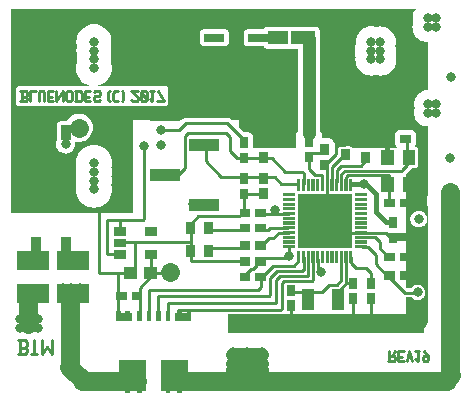
<source format=gbr>
G04 start of page 3 for group 1 idx 1 *
G04 Title: bluenodes actor 52832 19, solder *
G04 Creator: pcb.exe 20130205 *
G04 CreationDate: 10.05.2017 20:52:51 UTC *
G04 Format: Gerber/RS-274X *
G04 PCB-Dimensions (mil): 1496.06 1299.21 *
G04 PCB-Coordinate-Origin: lower left *
%MOIN*%
%FSLAX25Y25*%
%LNBOTTOM*%
%ADD229C,0.0118*%
%ADD228C,0.0315*%
%ADD227C,0.0315*%
%ADD226R,0.0413X0.0413*%
%ADD225R,0.0157X0.0157*%
%ADD224R,0.0886X0.0886*%
%ADD223R,0.0630X0.0630*%
%ADD222R,0.0433X0.0433*%
%ADD221R,0.0158X0.0158*%
%ADD220R,0.0591X0.0591*%
%ADD219R,0.0106X0.0106*%
%ADD218R,0.0280X0.0280*%
%ADD217R,0.0394X0.0394*%
%ADD216R,0.0300X0.0300*%
%ADD215R,0.0630X0.0630*%
%ADD214R,0.0394X0.0394*%
%ADD213R,0.0276X0.0276*%
%ADD212R,0.0276X0.0276*%
%ADD211C,0.0630*%
%ADD210R,0.0354X0.0354*%
%ADD209C,0.0100*%
%ADD208C,0.0257*%
%ADD207C,0.0178*%
%ADD206C,0.0433*%
%ADD205C,0.0158*%
%ADD204C,0.0492*%
%ADD203C,0.0591*%
%ADD202C,0.0788*%
%ADD201C,0.0730*%
%ADD200C,0.0472*%
%ADD199C,0.0099*%
%ADD198C,0.0630*%
%ADD197C,0.0001*%
G54D197*G36*
X59252Y93721D02*Y99016D01*
X65354D01*
Y93721D01*
X59252D01*
G37*
G36*
X135823Y92023D02*X136101Y91785D01*
X136710Y91412D01*
X137371Y91138D01*
X138067Y90971D01*
X138780Y90915D01*
X138976Y90930D01*
Y67933D01*
X138951Y67872D01*
X138723Y66920D01*
X138646Y65945D01*
X138723Y64969D01*
X138951Y64018D01*
X138976Y63957D01*
Y27756D01*
X138856D01*
X138664Y28218D01*
X138403Y28644D01*
X138079Y29024D01*
X137699Y29348D01*
X137273Y29609D01*
X136811Y29801D01*
X136325Y29917D01*
X135827Y29956D01*
X135823Y29956D01*
Y33078D01*
X135837Y33079D01*
X136231Y33173D01*
X136606Y33329D01*
X136951Y33540D01*
X137259Y33804D01*
X137523Y34112D01*
X137734Y34457D01*
X137890Y34832D01*
X137984Y35226D01*
X138008Y35630D01*
X137984Y36034D01*
X137890Y36428D01*
X137734Y36803D01*
X137523Y37148D01*
X137259Y37456D01*
X136951Y37720D01*
X136606Y37931D01*
X136231Y38086D01*
X135837Y38181D01*
X135823Y38182D01*
Y57259D01*
X135827Y57259D01*
X136262Y57293D01*
X136686Y57395D01*
X137089Y57562D01*
X137461Y57790D01*
X137793Y58073D01*
X138076Y58405D01*
X138304Y58777D01*
X138471Y59180D01*
X138573Y59604D01*
X138599Y60039D01*
X138573Y60474D01*
X138471Y60899D01*
X138304Y61302D01*
X138076Y61674D01*
X137793Y62005D01*
X137461Y62289D01*
X137089Y62517D01*
X136686Y62684D01*
X136262Y62786D01*
X135827Y62820D01*
X135823Y62819D01*
Y92023D01*
G37*
G36*
Y119922D02*X136486Y119515D01*
X137219Y119212D01*
X137989Y119027D01*
X138780Y118965D01*
X138976Y118980D01*
Y102967D01*
X138780Y102983D01*
X138067Y102927D01*
X137371Y102760D01*
X136710Y102486D01*
X136101Y102112D01*
X135823Y101875D01*
Y119922D01*
G37*
G36*
Y29956D02*X135329Y29917D01*
X134843Y29801D01*
X134576Y29690D01*
X134562Y29699D01*
X134086Y29896D01*
X133585Y30016D01*
X133071Y30057D01*
X132557Y30016D01*
X132056Y29896D01*
X131693Y29746D01*
X131496Y29827D01*
Y33936D01*
X133493D01*
X133607Y33804D01*
X133915Y33540D01*
X134260Y33329D01*
X134635Y33173D01*
X135029Y33079D01*
X135433Y33047D01*
X135823Y33078D01*
Y29956D01*
G37*
G36*
X121399Y129921D02*X134809D01*
X134773Y129879D01*
X134367Y129217D01*
X134069Y128499D01*
X133888Y127743D01*
X133827Y126969D01*
X133888Y126194D01*
X134014Y125669D01*
X133976Y125577D01*
X133791Y124806D01*
X133728Y124016D01*
X133791Y123226D01*
X133976Y122455D01*
X134279Y121723D01*
X134693Y121047D01*
X135208Y120444D01*
X135811Y119929D01*
X135823Y119922D01*
Y101875D01*
X135557Y101648D01*
X135092Y101104D01*
X134719Y100494D01*
X134445Y99834D01*
X134278Y99138D01*
X134222Y98425D01*
X134278Y97712D01*
X134445Y97017D01*
X134473Y96949D01*
X134445Y96881D01*
X134278Y96185D01*
X134222Y95472D01*
X134278Y94759D01*
X134445Y94064D01*
X134719Y93403D01*
X135092Y92794D01*
X135557Y92250D01*
X135823Y92023D01*
Y62819D01*
X135392Y62786D01*
X134968Y62684D01*
X134564Y62517D01*
X134192Y62289D01*
X133861Y62005D01*
X133577Y61674D01*
X133349Y61302D01*
X133182Y60899D01*
X133081Y60474D01*
X133046Y60039D01*
X133081Y59604D01*
X133182Y59180D01*
X133349Y58777D01*
X133577Y58405D01*
X133861Y58073D01*
X134192Y57790D01*
X134564Y57562D01*
X134968Y57395D01*
X135392Y57293D01*
X135823Y57259D01*
Y38182D01*
X135433Y38213D01*
X135029Y38181D01*
X134635Y38086D01*
X134260Y37931D01*
X133915Y37720D01*
X133607Y37456D01*
X133343Y37148D01*
X133210Y36930D01*
X131496D01*
Y46668D01*
X131546Y46680D01*
X131662Y46728D01*
X131769Y46794D01*
X131863Y46877D01*
X132060Y47074D01*
X132143Y47168D01*
X132209Y47275D01*
X132257Y47391D01*
X132286Y47513D01*
X132296Y47638D01*
X132286Y47763D01*
X132257Y47885D01*
X132209Y48001D01*
X132143Y48108D01*
X132062Y48203D01*
X131966Y48285D01*
X131859Y48350D01*
X131743Y48398D01*
X131621Y48428D01*
X131496Y48438D01*
Y74683D01*
X131664Y74832D01*
X133375Y76543D01*
X133440Y76599D01*
X133664Y76861D01*
X133664Y76861D01*
X133785Y77058D01*
X134901Y77060D01*
X135054Y77097D01*
X135199Y77157D01*
X135334Y77240D01*
X135453Y77342D01*
X135556Y77462D01*
X135638Y77596D01*
X135698Y77741D01*
X135735Y77894D01*
X135744Y78051D01*
X135735Y83129D01*
X135698Y83282D01*
X135638Y83428D01*
X135556Y83562D01*
X135453Y83682D01*
X135334Y83784D01*
X135199Y83866D01*
X135054Y83926D01*
X134901Y83963D01*
X134744Y83972D01*
X134225Y83971D01*
X134379Y84103D01*
X134552Y84305D01*
X134691Y84532D01*
X134793Y84777D01*
X134855Y85036D01*
X134870Y85301D01*
X134855Y88321D01*
X134793Y88579D01*
X134691Y88825D01*
X134552Y89052D01*
X134379Y89254D01*
X134177Y89426D01*
X133951Y89565D01*
X133705Y89667D01*
X133446Y89729D01*
X133181Y89745D01*
X129374Y89729D01*
X129116Y89667D01*
X128870Y89565D01*
X128644Y89426D01*
X128442Y89254D01*
X128269Y89052D01*
X128130Y88825D01*
X128028Y88579D01*
X127966Y88321D01*
X127950Y88056D01*
X127966Y85036D01*
X128028Y84777D01*
X128130Y84532D01*
X128269Y84305D01*
X128442Y84103D01*
X128644Y83930D01*
X128870Y83791D01*
X129116Y83690D01*
X129233Y83661D01*
X121399D01*
Y108024D01*
X121555Y108061D01*
X122195Y107907D01*
X123031Y107842D01*
X123868Y107907D01*
X124684Y108103D01*
X125459Y108424D01*
X126175Y108863D01*
X126813Y109408D01*
X127358Y110046D01*
X127796Y110761D01*
X128117Y111537D01*
X128313Y112352D01*
X128362Y113189D01*
X128313Y114025D01*
X128117Y114841D01*
X128107Y114867D01*
X128215Y115321D01*
X128264Y116142D01*
X128215Y116963D01*
X128023Y117764D01*
X128003Y117812D01*
X128118Y118289D01*
X128166Y119094D01*
X128118Y119900D01*
X127929Y120686D01*
X127620Y121432D01*
X127198Y122122D01*
X126673Y122736D01*
X126059Y123261D01*
X125369Y123683D01*
X124623Y123992D01*
X123837Y124181D01*
X123031Y124244D01*
X122226Y124181D01*
X121749Y124066D01*
X121701Y124086D01*
X121399Y124159D01*
Y129921D01*
G37*
G36*
X102004D02*X121399D01*
Y124159D01*
X120900Y124278D01*
X120079Y124343D01*
X119258Y124278D01*
X118457Y124086D01*
X117696Y123771D01*
X116994Y123341D01*
X116367Y122806D01*
X115833Y122180D01*
X115402Y121477D01*
X115087Y120716D01*
X114895Y119916D01*
X114830Y119094D01*
X114891Y118320D01*
X114711Y117886D01*
X114505Y117025D01*
X114435Y116142D01*
X114505Y115259D01*
X114711Y114398D01*
X114822Y114130D01*
X114797Y114025D01*
X114731Y113189D01*
X114797Y112352D01*
X114993Y111537D01*
X115314Y110761D01*
X115753Y110046D01*
X116298Y109408D01*
X116936Y108863D01*
X117651Y108424D01*
X118426Y108103D01*
X119242Y107907D01*
X120079Y107842D01*
X120915Y107907D01*
X121399Y108024D01*
Y83661D01*
X113717D01*
X113646Y83778D01*
X113543Y83898D01*
X113424Y84000D01*
X113290Y84083D01*
X113144Y84143D01*
X112991Y84180D01*
X112834Y84189D01*
X109922Y84180D01*
X109769Y84143D01*
X109624Y84083D01*
X109490Y84000D01*
X109370Y83898D01*
X109268Y83778D01*
X109196Y83661D01*
X107777D01*
X107769Y85244D01*
X107696Y85548D01*
X107577Y85837D01*
X107414Y86103D01*
X107211Y86340D01*
X106973Y86543D01*
X106707Y86706D01*
X106419Y86826D01*
X106115Y86899D01*
X105803Y86917D01*
X103539Y86904D01*
X103531Y88063D01*
X103422Y88517D01*
X103243Y88949D01*
X102999Y89347D01*
X102913Y89448D01*
Y120394D01*
X102906Y120515D01*
X102899Y122846D01*
X102841Y123087D01*
X102746Y123316D01*
X102617Y123527D01*
X102456Y123715D01*
X102267Y123876D01*
X102056Y124006D01*
X102004Y124027D01*
Y124268D01*
X102008Y124267D01*
X102412Y124299D01*
X102806Y124394D01*
X103181Y124549D01*
X103526Y124761D01*
X103834Y125024D01*
X104098Y125332D01*
X104309Y125678D01*
X104464Y126052D01*
X104559Y126446D01*
X104583Y126850D01*
X104559Y127254D01*
X104464Y127649D01*
X104309Y128023D01*
X104098Y128369D01*
X103834Y128677D01*
X103526Y128940D01*
X103181Y129152D01*
X102806Y129307D01*
X102412Y129402D01*
X102008Y129433D01*
X102004Y129433D01*
Y129921D01*
G37*
G36*
X96374D02*X102004D01*
Y129433D01*
X101604Y129402D01*
X101210Y129307D01*
X100835Y129152D01*
X100490Y128940D01*
X100181Y128677D01*
X99918Y128369D01*
X99706Y128023D01*
X99551Y127649D01*
X99457Y127254D01*
X99425Y126850D01*
X99457Y126446D01*
X99551Y126052D01*
X99706Y125678D01*
X99918Y125332D01*
X100181Y125024D01*
X100490Y124761D01*
X100835Y124549D01*
X101210Y124394D01*
X101604Y124299D01*
X102004Y124268D01*
Y124027D01*
X101827Y124101D01*
X101586Y124159D01*
X101339Y124173D01*
X96374Y124165D01*
Y124386D01*
X96378Y124386D01*
X96782Y124417D01*
X97176Y124512D01*
X97551Y124667D01*
X97896Y124879D01*
X98204Y125142D01*
X98468Y125450D01*
X98679Y125796D01*
X98834Y126170D01*
X98929Y126564D01*
X98953Y126969D01*
X98929Y127373D01*
X98834Y127767D01*
X98679Y128141D01*
X98468Y128487D01*
X98204Y128795D01*
X97896Y129058D01*
X97551Y129270D01*
X97176Y129425D01*
X96782Y129520D01*
X96378Y129551D01*
X96374Y129551D01*
Y129921D01*
G37*
G36*
X90547D02*X96374D01*
Y129551D01*
X95974Y129520D01*
X95580Y129425D01*
X95205Y129270D01*
X94860Y129058D01*
X94552Y128795D01*
X94288Y128487D01*
X94077Y128141D01*
X93921Y127767D01*
X93827Y127373D01*
X93795Y126969D01*
X93827Y126564D01*
X93921Y126170D01*
X94077Y125796D01*
X94288Y125450D01*
X94552Y125142D01*
X94860Y124879D01*
X95205Y124667D01*
X95580Y124512D01*
X95974Y124417D01*
X96374Y124386D01*
Y124165D01*
X92981Y124159D01*
X92776Y124109D01*
X92570Y124159D01*
X92323Y124173D01*
X90547Y124170D01*
Y124386D01*
X90551Y124386D01*
X90955Y124417D01*
X91349Y124512D01*
X91724Y124667D01*
X92069Y124879D01*
X92378Y125142D01*
X92641Y125450D01*
X92853Y125796D01*
X93008Y126170D01*
X93102Y126564D01*
X93126Y126969D01*
X93102Y127373D01*
X93008Y127767D01*
X92853Y128141D01*
X92641Y128487D01*
X92378Y128795D01*
X92069Y129058D01*
X91724Y129270D01*
X91349Y129425D01*
X90955Y129520D01*
X90551Y129551D01*
X90547Y129551D01*
Y129921D01*
G37*
G36*
X92776Y116757D02*X92981Y116708D01*
X93228Y116693D01*
X95433Y116697D01*
Y89356D01*
X95426Y89347D01*
X95182Y88949D01*
X95003Y88517D01*
X94894Y88063D01*
X94867Y87597D01*
X94894Y83661D01*
X90547D01*
Y116703D01*
X92570Y116708D01*
X92776Y116757D01*
G37*
G36*
X90547Y83661D02*X80626D01*
X80626Y83662D01*
X80610Y87469D01*
X80548Y87727D01*
X80446Y87973D01*
X80307Y88199D01*
X80135Y88401D01*
X79932Y88574D01*
X79706Y88713D01*
X79460Y88815D01*
X79202Y88877D01*
X78937Y88892D01*
X77625Y88886D01*
X76378Y90133D01*
Y92913D01*
X73598D01*
X73364Y93147D01*
X73319Y93200D01*
X73104Y93384D01*
X72863Y93531D01*
X72603Y93639D01*
X72328Y93705D01*
X72047Y93727D01*
X71977Y93721D01*
X67717D01*
Y117609D01*
X71297Y117616D01*
X71526Y117671D01*
X71742Y117761D01*
X71943Y117884D01*
X72121Y118036D01*
X72274Y118215D01*
X72397Y118415D01*
X72486Y118632D01*
X72541Y118860D01*
X72555Y119094D01*
X72541Y122085D01*
X72486Y122313D01*
X72397Y122530D01*
X72274Y122730D01*
X72121Y122909D01*
X71943Y123061D01*
X71742Y123184D01*
X71526Y123274D01*
X71297Y123329D01*
X71063Y123343D01*
X67717Y123336D01*
Y129921D01*
X90547D01*
Y129551D01*
X90147Y129520D01*
X89753Y129425D01*
X89379Y129270D01*
X89033Y129058D01*
X88725Y128795D01*
X88462Y128487D01*
X88250Y128141D01*
X88095Y127767D01*
X88000Y127373D01*
X87968Y126969D01*
X88000Y126564D01*
X88095Y126170D01*
X88250Y125796D01*
X88462Y125450D01*
X88725Y125142D01*
X89033Y124879D01*
X89379Y124667D01*
X89753Y124512D01*
X90147Y124417D01*
X90547Y124386D01*
Y124170D01*
X85343Y124159D01*
X85102Y124101D01*
X84873Y124006D01*
X84662Y123876D01*
X84474Y123715D01*
X84313Y123527D01*
X84198Y123340D01*
X78703Y123329D01*
X78474Y123274D01*
X78258Y123184D01*
X78057Y123061D01*
X77879Y122909D01*
X77726Y122730D01*
X77603Y122530D01*
X77514Y122313D01*
X77459Y122085D01*
X77445Y121850D01*
X77459Y118860D01*
X77514Y118632D01*
X77603Y118415D01*
X77726Y118215D01*
X77879Y118036D01*
X78057Y117884D01*
X78258Y117761D01*
X78474Y117671D01*
X78703Y117616D01*
X78937Y117602D01*
X84157Y117613D01*
X84183Y117551D01*
X84313Y117339D01*
X84474Y117151D01*
X84662Y116990D01*
X84873Y116860D01*
X85102Y116765D01*
X85343Y116708D01*
X85591Y116693D01*
X90547Y116703D01*
Y83661D01*
G37*
G36*
X67717Y93721D02*X59208D01*
Y124006D01*
X59213Y124006D01*
X59664Y124041D01*
X60104Y124147D01*
X60522Y124320D01*
X60908Y124557D01*
X61252Y124851D01*
X61546Y125195D01*
X61782Y125581D01*
X61955Y125999D01*
X62061Y126439D01*
X62088Y126890D01*
X62061Y127341D01*
X61955Y127781D01*
X61782Y128199D01*
X61546Y128585D01*
X61252Y128929D01*
X60908Y129223D01*
X60522Y129459D01*
X60104Y129632D01*
X59664Y129738D01*
X59213Y129774D01*
X59208Y129773D01*
Y129921D01*
X67717D01*
Y123336D01*
X64136Y123329D01*
X63908Y123274D01*
X63691Y123184D01*
X63490Y123061D01*
X63312Y122909D01*
X63159Y122730D01*
X63036Y122530D01*
X62947Y122313D01*
X62892Y122085D01*
X62878Y121850D01*
X62892Y118860D01*
X62947Y118632D01*
X63036Y118415D01*
X63159Y118215D01*
X63312Y118036D01*
X63490Y117884D01*
X63691Y117761D01*
X63908Y117671D01*
X64136Y117616D01*
X64370Y117602D01*
X67717Y117609D01*
Y93721D01*
G37*
G36*
X59208D02*X58268D01*
X57986Y93705D01*
X57712Y93639D01*
X57452Y93531D01*
X57211Y93384D01*
X56996Y93200D01*
X56813Y92986D01*
X56769Y92913D01*
X52988D01*
Y124307D01*
X52992Y124307D01*
X53396Y124339D01*
X53790Y124433D01*
X54165Y124588D01*
X54510Y124800D01*
X54819Y125063D01*
X55082Y125372D01*
X55294Y125717D01*
X55449Y126092D01*
X55543Y126486D01*
X55567Y126890D01*
X55543Y127294D01*
X55449Y127688D01*
X55294Y128062D01*
X55082Y128408D01*
X54819Y128716D01*
X54510Y128979D01*
X54165Y129191D01*
X53790Y129346D01*
X53396Y129441D01*
X52992Y129473D01*
X52988Y129472D01*
Y129921D01*
X59208D01*
Y129773D01*
X58761Y129738D01*
X58321Y129632D01*
X57903Y129459D01*
X57518Y129223D01*
X57173Y128929D01*
X56879Y128585D01*
X56643Y128199D01*
X56470Y127781D01*
X56364Y127341D01*
X56329Y126890D01*
X56364Y126439D01*
X56470Y125999D01*
X56643Y125581D01*
X56879Y125195D01*
X57173Y124851D01*
X57518Y124557D01*
X57903Y124320D01*
X58321Y124147D01*
X58761Y124041D01*
X59208Y124006D01*
Y93721D01*
G37*
G36*
X52988Y92913D02*X46531D01*
Y97715D01*
X51518Y97716D01*
X51671Y97753D01*
X51816Y97813D01*
X51951Y97896D01*
X52070Y97998D01*
X52172Y98117D01*
X52255Y98252D01*
X52315Y98397D01*
X52352Y98550D01*
X52361Y98707D01*
X52352Y103464D01*
X52315Y103617D01*
X52255Y103762D01*
X52172Y103897D01*
X52070Y104016D01*
X51951Y104119D01*
X51816Y104201D01*
X51671Y104261D01*
X51518Y104298D01*
X51361Y104307D01*
X46531Y104306D01*
Y124386D01*
X46535Y124386D01*
X46939Y124417D01*
X47334Y124512D01*
X47708Y124667D01*
X48054Y124879D01*
X48362Y125142D01*
X48625Y125450D01*
X48837Y125796D01*
X48992Y126170D01*
X49087Y126564D01*
X49110Y126969D01*
X49087Y127373D01*
X48992Y127767D01*
X48837Y128141D01*
X48625Y128487D01*
X48362Y128795D01*
X48054Y129058D01*
X47708Y129270D01*
X47334Y129425D01*
X46939Y129520D01*
X46535Y129551D01*
X46531Y129551D01*
Y129921D01*
X52988D01*
Y129472D01*
X52588Y129441D01*
X52194Y129346D01*
X51819Y129191D01*
X51474Y128979D01*
X51166Y128716D01*
X50902Y128408D01*
X50691Y128062D01*
X50536Y127688D01*
X50441Y127294D01*
X50409Y126890D01*
X50441Y126486D01*
X50536Y126092D01*
X50691Y125717D01*
X50902Y125372D01*
X51166Y125063D01*
X51474Y124800D01*
X51819Y124588D01*
X52194Y124433D01*
X52588Y124339D01*
X52988Y124307D01*
Y92913D01*
G37*
G36*
X46531Y104306D02*X27634Y104303D01*
X28488Y104370D01*
X29394Y104587D01*
X30256Y104944D01*
X31050Y105431D01*
X31759Y106036D01*
X32364Y106745D01*
X32851Y107540D01*
X33208Y108401D01*
X33425Y109307D01*
X33480Y110236D01*
X33425Y111165D01*
X33208Y112072D01*
X33189Y112118D01*
X33230Y112291D01*
X33283Y113189D01*
X33230Y114087D01*
X33142Y114455D01*
X33328Y115228D01*
X33382Y116142D01*
X33328Y117055D01*
X33193Y117618D01*
X33328Y118181D01*
X33382Y119094D01*
X33328Y120008D01*
X33114Y120899D01*
X32763Y121746D01*
X32284Y122528D01*
X31689Y123225D01*
X30992Y123820D01*
X30211Y124299D01*
X29364Y124649D01*
X28473Y124863D01*
X27559Y124935D01*
X27550Y124935D01*
Y129921D01*
X46531D01*
Y129551D01*
X46131Y129520D01*
X45737Y129425D01*
X45363Y129270D01*
X45017Y129058D01*
X44709Y128795D01*
X44446Y128487D01*
X44234Y128141D01*
X44079Y127767D01*
X43984Y127373D01*
X43952Y126969D01*
X43984Y126564D01*
X44079Y126170D01*
X44234Y125796D01*
X44446Y125450D01*
X44709Y125142D01*
X45017Y124879D01*
X45363Y124667D01*
X45737Y124512D01*
X46131Y124417D01*
X46531Y124386D01*
Y104306D01*
G37*
G36*
Y92913D02*X40551D01*
Y62008D01*
X27550D01*
Y63844D01*
X27559Y63844D01*
X28504Y63918D01*
X29425Y64139D01*
X30300Y64502D01*
X31108Y64997D01*
X31829Y65612D01*
X32444Y66333D01*
X32939Y67141D01*
X33302Y68016D01*
X33523Y68937D01*
X33579Y69882D01*
X33523Y70826D01*
X33395Y71358D01*
X33523Y71890D01*
X33579Y72835D01*
X33523Y73779D01*
X33395Y74311D01*
X33523Y74843D01*
X33579Y75787D01*
X33523Y76732D01*
X33395Y77264D01*
X33523Y77796D01*
X33579Y78740D01*
X33523Y79685D01*
X33302Y80606D01*
X32939Y81481D01*
X32444Y82289D01*
X31829Y83010D01*
X31108Y83625D01*
X30300Y84120D01*
X29425Y84483D01*
X28504Y84704D01*
X27559Y84778D01*
X27550Y84778D01*
Y97712D01*
X46531Y97715D01*
Y92913D01*
G37*
G36*
X27550Y124935D02*X26645Y124863D01*
X25754Y124649D01*
X24907Y124299D01*
X24126Y123820D01*
X23429Y123225D01*
X22834Y122528D01*
X22355Y121746D01*
X22004Y120899D01*
X21790Y120008D01*
X21718Y119094D01*
X21790Y118181D01*
X21925Y117618D01*
X21790Y117055D01*
X21718Y116142D01*
X21790Y115228D01*
X21976Y114455D01*
X21888Y114087D01*
X21817Y113189D01*
X21888Y112291D01*
X21929Y112118D01*
X21910Y112072D01*
X21693Y111165D01*
X21620Y110236D01*
X21693Y109307D01*
X21910Y108401D01*
X22267Y107540D01*
X22754Y106745D01*
X23359Y106036D01*
X24068Y105431D01*
X24863Y104944D01*
X25724Y104587D01*
X26630Y104370D01*
X27485Y104303D01*
X21083Y104301D01*
Y129921D01*
X27550D01*
Y124935D01*
G37*
G36*
Y62008D02*X21083D01*
Y83919D01*
X21139Y84055D01*
X21256Y84541D01*
X21285Y85039D01*
X21256Y85538D01*
X21234Y85627D01*
X21236Y85631D01*
X21314Y85819D01*
X21321Y85848D01*
X21870Y85716D01*
X22598Y85659D01*
X23327Y85716D01*
X24037Y85887D01*
X24712Y86166D01*
X25335Y86548D01*
X25891Y87023D01*
X26365Y87578D01*
X26747Y88201D01*
X27027Y88876D01*
X27197Y89587D01*
X27240Y90315D01*
Y90512D01*
X27197Y91240D01*
X27027Y91951D01*
X26747Y92626D01*
X26365Y93249D01*
X25891Y93804D01*
X25335Y94279D01*
X24712Y94660D01*
X24037Y94940D01*
X23327Y95111D01*
X22598Y95168D01*
X21870Y95111D01*
X21160Y94940D01*
X21083Y94908D01*
Y97711D01*
X27550Y97712D01*
Y84778D01*
X26614Y84704D01*
X25693Y84483D01*
X24818Y84120D01*
X24010Y83625D01*
X23289Y83010D01*
X22674Y82289D01*
X22179Y81481D01*
X21816Y80606D01*
X21595Y79685D01*
X21521Y78740D01*
X21595Y77796D01*
X21723Y77264D01*
X21595Y76732D01*
X21521Y75787D01*
X21595Y74843D01*
X21723Y74311D01*
X21595Y73779D01*
X21521Y72835D01*
X21595Y71890D01*
X21723Y71358D01*
X21595Y70826D01*
X21521Y69882D01*
X21595Y68937D01*
X21816Y68016D01*
X22179Y67141D01*
X22674Y66333D01*
X23289Y65612D01*
X24010Y64997D01*
X24818Y64502D01*
X25693Y64139D01*
X26614Y63918D01*
X27550Y63844D01*
Y62008D01*
G37*
G36*
X5900Y129921D02*X21083D01*
Y104301D01*
X5900Y104298D01*
Y110505D01*
X5906Y110504D01*
X6479Y110549D01*
X7039Y110684D01*
X7571Y110904D01*
X8062Y111205D01*
X8500Y111579D01*
X8874Y112017D01*
X9175Y112508D01*
X9395Y113039D01*
X9529Y113599D01*
X9563Y114173D01*
X9529Y114747D01*
X9395Y115307D01*
X9253Y115650D01*
X9395Y115992D01*
X9529Y116552D01*
X9563Y117126D01*
X9529Y117700D01*
X9395Y118260D01*
X9253Y118602D01*
X9395Y118945D01*
X9529Y119505D01*
X9563Y120079D01*
X9529Y120653D01*
X9395Y121213D01*
X9253Y121555D01*
X9395Y121898D01*
X9529Y122458D01*
X9563Y123031D01*
X9529Y123605D01*
X9395Y124165D01*
X9175Y124697D01*
X8874Y125188D01*
X8500Y125626D01*
X8062Y126000D01*
X7571Y126301D01*
X7039Y126521D01*
X6479Y126655D01*
X5906Y126700D01*
X5900Y126700D01*
Y129921D01*
G37*
G36*
X21083Y62008D02*X5900D01*
Y97708D01*
X21083Y97711D01*
Y94908D01*
X20485Y94660D01*
X19862Y94279D01*
X19306Y93804D01*
X18832Y93249D01*
X18452Y92629D01*
X16332Y92622D01*
X16134Y92574D01*
X15946Y92496D01*
X15772Y92390D01*
X15617Y92257D01*
X15484Y92102D01*
X15378Y91928D01*
X15300Y91740D01*
X15252Y91542D01*
X15240Y91339D01*
X15251Y86434D01*
X15081Y86024D01*
X14965Y85538D01*
X14925Y85039D01*
X14965Y84541D01*
X15081Y84055D01*
X15273Y83594D01*
X15534Y83167D01*
X15858Y82787D01*
X16238Y82463D01*
X16664Y82202D01*
X17126Y82010D01*
X17612Y81894D01*
X18110Y81855D01*
X18608Y81894D01*
X19094Y82010D01*
X19556Y82202D01*
X19982Y82463D01*
X20362Y82787D01*
X20687Y83167D01*
X20948Y83594D01*
X21083Y83919D01*
Y62008D01*
G37*
G36*
X5900D02*X0D01*
Y129921D01*
X5900D01*
Y126700D01*
X5332Y126655D01*
X4772Y126521D01*
X4240Y126301D01*
X3749Y126000D01*
X3311Y125626D01*
X2937Y125188D01*
X2636Y124697D01*
X2416Y124165D01*
X2282Y123605D01*
X2237Y123031D01*
X2282Y122458D01*
X2416Y121898D01*
X2558Y121555D01*
X2416Y121213D01*
X2282Y120653D01*
X2237Y120079D01*
X2282Y119505D01*
X2416Y118945D01*
X2558Y118602D01*
X2416Y118260D01*
X2282Y117700D01*
X2237Y117126D01*
X2282Y116552D01*
X2416Y115992D01*
X2558Y115650D01*
X2416Y115307D01*
X2282Y114747D01*
X2237Y114173D01*
X2282Y113599D01*
X2416Y113039D01*
X2636Y112508D01*
X2937Y112017D01*
X3311Y111579D01*
X3749Y111205D01*
X4240Y110904D01*
X4772Y110684D01*
X5332Y110549D01*
X5900Y110505D01*
Y104298D01*
X2414Y104298D01*
X2261Y104261D01*
X2115Y104201D01*
X1981Y104119D01*
X1862Y104016D01*
X1759Y103897D01*
X1677Y103762D01*
X1617Y103617D01*
X1580Y103464D01*
X1571Y103307D01*
X1580Y98550D01*
X1617Y98397D01*
X1677Y98252D01*
X1759Y98117D01*
X1862Y97998D01*
X1981Y97896D01*
X2115Y97813D01*
X2261Y97753D01*
X2414Y97716D01*
X2571Y97707D01*
X5900Y97708D01*
Y62008D01*
G37*
G54D198*X53031Y5906D02*X145157D01*
G54D199*X119882Y26181D02*X120079Y25984D01*
G54D200*X73819Y14764D02*X83661D01*
X73819Y11811D02*X83661D01*
X73819Y9843D02*X83661D01*
G54D199*X93386Y32008D02*Y24331D01*
X93110Y25591D02*X92717Y25197D01*
X88386Y32520D02*X88346Y32480D01*
X90236Y30236D02*X89803Y29803D01*
X93543Y35709D02*X103386D01*
X88386Y32126D02*X52480D01*
X52283Y32165D02*Y28661D01*
X86299Y34803D02*X85827Y34331D01*
X89803Y29803D02*X55591D01*
X111614Y47244D02*Y38976D01*
X111575Y38504D02*X109606Y36535D01*
X113976Y38780D02*X111614D01*
X110000Y46457D02*Y39528D01*
X108504Y38031D01*
X105984D02*X103661Y35709D01*
X100630Y46496D02*Y39528D01*
X100354Y39252D01*
X99016Y46890D02*Y41142D01*
X98858Y40984D01*
X102126Y46732D02*Y42756D01*
X108504Y38031D02*X105984D01*
X100354Y39252D02*X90787D01*
X90236Y38701D01*
X88386Y39528D02*Y32402D01*
X86299Y40394D02*Y34803D01*
X77953Y41220D02*X80000Y43268D01*
X80591D01*
X81969Y44646D01*
Y45118D01*
X83150Y37677D02*Y40000D01*
X94094Y44370D02*X87283D01*
X88386Y39724D02*X89646Y40984D01*
X90236Y38701D02*Y30512D01*
X89646Y40984D02*X98976D01*
X83150Y37480D02*X82165Y36496D01*
X100591Y46535D02*X100630Y46496D01*
X97047Y42756D02*X88661D01*
X86299Y40394D01*
X87165Y44370D02*X83780Y40984D01*
X92087Y47126D02*X83031D01*
X83110Y47047D01*
X83543Y51299D02*X85945Y53701D01*
X87362D01*
X78110Y45236D02*X77992Y45118D01*
X97441Y47283D02*X97402Y47244D01*
X97441D02*Y43110D01*
X97402D02*X97047Y42756D01*
X92638Y50551D02*Y47677D01*
X92087Y47126D01*
X95748Y46024D02*X94094Y44370D01*
X77992Y46220D02*X77795Y46024D01*
X59803D01*
X135433Y35433D02*X131102D01*
G54D201*X135236Y26378D02*Y28937D01*
G54D199*X113780Y32874D02*Y26772D01*
X113583Y26575D01*
X119882Y33071D02*Y26181D01*
G54D198*X19528Y33858D02*Y10630D01*
X5709Y25000D02*Y33071D01*
G54D199*X35630Y27835D02*X35472Y27992D01*
X42756Y27362D02*Y37008D01*
G54D198*X19409Y10630D02*X24134Y5906D01*
X23740Y5866D02*X41850D01*
G54D199*X45787Y27283D02*Y36496D01*
X42835Y27283D02*X42756Y27362D01*
X35472Y27992D02*Y41693D01*
X70079Y74016D02*X64764Y79331D01*
Y84646D01*
X64961Y84843D01*
X75197Y80512D02*X73031Y82677D01*
Y87205D01*
X57874Y87598D02*Y76969D01*
X55315Y74409D01*
G54D202*X5906Y125000D02*Y112205D01*
G54D203*X45472Y126969D02*X60236D01*
G54D204*X89449Y126732D02*X103031D01*
G54D205*X88661Y129134D02*X104606D01*
G54D206*X99173Y88228D02*Y120394D01*
G54D199*X44134Y84567D02*X44094Y84528D01*
X92520Y61811D02*X82677D01*
X92520Y55512D02*X89173D01*
X92126Y57087D02*X86220D01*
X85630Y56496D01*
X83858D01*
X73819Y24213D02*X74016Y24409D01*
X85827Y34331D02*X49055D01*
X48937Y34134D02*Y28543D01*
X45787Y36496D02*X82165D01*
X89173Y55512D02*X87402Y53740D01*
X59843Y57283D02*Y46457D01*
X78543Y50197D02*X65945D01*
X78150Y56299D02*X66142D01*
X65945Y56102D01*
X42756Y37008D02*X47283Y41535D01*
X47795D01*
X47047Y41890D02*X47323Y42165D01*
X52638D01*
X46535Y48071D02*X46614Y47992D01*
Y42047D01*
X77756Y61811D02*X76772D01*
X43858Y59724D02*X32047D01*
X76772Y61811D02*X75984Y61024D01*
X62402D01*
X59843Y58465D01*
X44094Y84528D02*Y59961D01*
X43858Y59724D01*
X36732Y47913D02*X36654Y47992D01*
X36181Y48346D02*X32047D01*
Y59685D01*
X29370Y41890D02*X38189D01*
X37362Y52323D02*X59409D01*
X29331Y62402D02*X29370Y62362D01*
Y41890D01*
X36299Y56299D02*Y59606D01*
X41220Y42874D02*X41142Y42953D01*
Y52165D01*
X84055Y68504D02*X78150D01*
X95669Y71850D02*X89961D01*
X87795Y74016D01*
X70079D01*
X78150Y68504D02*X77559Y67913D01*
Y62402D01*
X97441Y71654D02*Y75394D01*
X97047Y75787D02*X91339D01*
X86811Y80315D01*
X75197D02*X86811D01*
X87008Y80118D01*
X57874Y87795D02*X58858Y88780D01*
X50197Y89567D02*X55906D01*
X58268Y91929D01*
X58858Y88780D02*X71457D01*
X73031Y87205D01*
X58268Y91929D02*X72047D01*
X77953Y86024D01*
X97441Y75394D02*X97047Y75787D01*
X103740Y81890D02*X100000D01*
X103740Y74803D02*X101378D01*
X99409Y76772D01*
Y80709D01*
X106890Y77362D02*Y73031D01*
X105315Y67717D02*Y76969D01*
X103740Y71850D02*Y74803D01*
X125984Y74606D02*Y65551D01*
G54D207*X113583Y71654D02*X118110D01*
G54D199*X117913D02*X118110Y71850D01*
Y71654D01*
G54D207*X120472Y69291D01*
X121457Y68307D02*X119882Y69882D01*
X121457Y62205D02*Y68307D01*
G54D199*X111614Y76181D02*X130118D01*
X112205Y74606D02*X125984D01*
X116535Y77756D02*X117717Y78937D01*
X130118Y76378D02*X131890Y78150D01*
Y86220D01*
X132087Y86417D01*
G54D205*X125394Y82087D02*Y84252D01*
G54D199*X110039Y71654D02*Y74803D01*
X111614Y72047D02*Y74016D01*
X112205Y74606D01*
X116535Y77756D02*X111024D01*
X108465Y75787D02*Y72441D01*
X111417Y76181D02*X111220D01*
X110039Y75000D01*
X108465Y76181D02*Y75787D01*
X109843Y77756D02*X111220D01*
X108465Y76378D02*X109843Y77756D01*
X110039Y80512D02*X106890Y77362D01*
X105663Y79111D02*X108222Y81670D01*
X108268Y81693D02*Y84252D01*
G54D198*X144488Y5906D02*X146457Y7874D01*
X146417D02*Y68898D01*
G54D205*X131299Y47441D02*X131496Y47638D01*
G54D199*X116732Y53937D02*X121260D01*
X122835Y52362D01*
X116929Y50787D02*X118898D01*
X112795Y55512D02*X124803D01*
G54D208*X128150Y53937D02*X132087D01*
G54D199*X122835Y52362D02*Y50197D01*
X125394Y47638D01*
X118898Y50787D02*X121654Y48031D01*
Y44882D01*
X124803Y55512D02*X126575Y53740D01*
G54D207*X127362Y58858D02*X124803D01*
X121457Y62205D01*
G54D199*X121654Y44882D02*X125394Y41142D01*
X118307Y43701D02*X119882Y42126D01*
Y38583D01*
X131102Y35433D02*X125787Y40748D01*
X113189Y47441D02*Y45276D01*
X114764Y43701D01*
X118307D01*
G54D209*X2362Y19576D02*X4602D01*
X5162Y19016D01*
Y17672D02*Y19016D01*
X4602Y17112D02*X5162Y17672D01*
X2922Y17112D02*X4602D01*
X2922Y15096D02*Y19576D01*
X2362Y15096D02*X4602D01*
X5162Y15656D01*
Y16552D01*
X4602Y17112D02*X5162Y16552D01*
X6506Y15096D02*X8746D01*
X7626D02*Y19576D01*
X10090Y15096D02*Y19576D01*
Y15096D02*X11770Y17336D01*
X13450Y15096D01*
Y19576D01*
X3071Y102807D02*X4871D01*
X5321Y102357D01*
Y101277D02*Y102357D01*
X4871Y100827D02*X5321Y101277D01*
X3521Y100827D02*X4871D01*
X3521Y99207D02*Y102807D01*
X3071Y99207D02*X4871D01*
X5321Y99657D01*
Y100377D01*
X4871Y100827D02*X5321Y100377D01*
X6401Y99207D02*Y102807D01*
X8201D01*
X9281Y99207D02*Y102357D01*
X9731Y102807D01*
X10631D01*
X11081Y102357D01*
Y99207D02*Y102357D01*
X12161Y100827D02*X13511D01*
X12161Y102807D02*X13961D01*
X12161Y99207D02*Y102807D01*
Y99207D02*X13961D01*
X15041D02*Y102807D01*
Y99207D02*X17291Y102807D01*
Y99207D02*Y102807D01*
X18371Y99657D02*Y102357D01*
Y99657D02*X18821Y99207D01*
X19721D01*
X20171Y99657D01*
Y102357D01*
X19721Y102807D02*X20171Y102357D01*
X18821Y102807D02*X19721D01*
X18371Y102357D02*X18821Y102807D01*
X21701Y99207D02*Y102807D01*
X22871Y99207D02*X23501Y99837D01*
Y102177D01*
X22871Y102807D02*X23501Y102177D01*
X21251Y102807D02*X22871D01*
X21251Y99207D02*X22871D01*
X24581Y100827D02*X25931D01*
X24581Y102807D02*X26381D01*
X24581Y99207D02*Y102807D01*
Y99207D02*X26381D01*
X29261D02*X29711Y99657D01*
X27911Y99207D02*X29261D01*
X27461Y99657D02*X27911Y99207D01*
X27461Y99657D02*Y100557D01*
X27911Y101007D01*
X29261D01*
X29711Y101457D01*
Y102357D01*
X29261Y102807D02*X29711Y102357D01*
X27911Y102807D02*X29261D01*
X27461Y102357D02*X27911Y102807D01*
X32411Y102357D02*X32861Y102807D01*
X32411Y99657D02*X32861Y99207D01*
X32411Y99657D02*Y102357D01*
X34571Y102807D02*X35741D01*
X33941Y102177D02*X34571Y102807D01*
X33941Y99837D02*Y102177D01*
Y99837D02*X34571Y99207D01*
X35741D01*
X36821D02*X37271Y99657D01*
Y102357D01*
X36821Y102807D02*X37271Y102357D01*
X39971Y99657D02*X40421Y99207D01*
X41771D01*
X42221Y99657D01*
Y100557D01*
X39971Y102807D02*X42221Y100557D01*
X39971Y102807D02*X42221D01*
X43301Y102357D02*X43751Y102807D01*
X43301Y99657D02*Y102357D01*
Y99657D02*X43751Y99207D01*
X44651D01*
X45101Y99657D01*
Y102357D01*
X44651Y102807D02*X45101Y102357D01*
X43751Y102807D02*X44651D01*
X43301Y101907D02*X45101Y100107D01*
X46181Y99927D02*X46901Y99207D01*
Y102807D01*
X46181D02*X47531D01*
X49061D02*X50861Y99207D01*
X48611D02*X50861D01*
X125630Y12554D02*X127430D01*
X127880Y13004D01*
Y13904D01*
X127430Y14354D02*X127880Y13904D01*
X126080Y14354D02*X127430D01*
X126080Y12554D02*Y16154D01*
X126800Y14354D02*X127880Y16154D01*
X128960Y14174D02*X130310D01*
X128960Y16154D02*X130760D01*
X128960Y12554D02*Y16154D01*
Y12554D02*X130760D01*
X131840D02*X132740Y16154D01*
X133640Y12554D01*
X134720Y13274D02*X135440Y12554D01*
Y16154D01*
X134720D02*X136070D01*
X137600D02*X138950Y14354D01*
Y13004D02*Y14354D01*
X138500Y12554D02*X138950Y13004D01*
X137600Y12554D02*X138500D01*
X137150Y13004D02*X137600Y12554D01*
X137150Y13004D02*Y13904D01*
X137600Y14354D01*
X138950D01*
G54D210*X18307Y89567D02*Y87992D01*
X8268Y89567D02*Y87992D01*
G54D211*X22598Y90512D02*Y90315D01*
G54D212*X77559Y68701D02*Y67914D01*
Y73818D02*Y73031D01*
Y80709D02*Y79922D01*
Y85826D02*Y85039D01*
G54D213*X65748Y120472D02*X69685D01*
G54D214*X61378Y84803D02*X67323D01*
X48346Y74803D02*X54291D01*
X48346Y94803D02*X54291D01*
G54D215*X5118Y46062D02*X9448D01*
X5118Y35040D02*X9448D01*
G54D210*X18307Y52165D02*Y50591D01*
X8268Y52165D02*Y50591D01*
G54D215*X18307Y46062D02*X22637D01*
X18307Y35040D02*X22637D01*
G54D214*X61378Y64803D02*X67323D01*
G54D216*X65748Y57390D02*Y56390D01*
X59748Y57390D02*Y56390D01*
X65748Y49713D02*Y48713D01*
X59748Y49713D02*Y48713D01*
G54D217*X46180Y41969D02*X46574D01*
X39488D02*X39882D01*
G54D218*X45899Y48229D02*X47099D01*
G54D213*X55945Y27283D02*X58701D01*
G54D211*X53032Y42480D02*X53033D01*
G54D218*X35699Y48229D02*X36899D01*
X35699Y55829D02*X36899D01*
X45899D02*X47099D01*
G54D214*X61378Y104803D02*X67323D01*
G54D212*X77560Y62008D02*X78347D01*
X82677D02*X83464D01*
G54D219*X91083Y58661D02*X93957D01*
X91083Y60236D02*X93957D01*
X91083Y61811D02*X93957D01*
X91083Y63386D02*X93957D01*
X91083Y64961D02*X93957D01*
X91083Y66535D02*X93957D01*
X91083Y68110D02*X93957D01*
G54D212*X84055Y68898D02*Y68111D01*
Y74015D02*Y73228D01*
Y86023D02*Y85236D01*
Y80906D02*Y80119D01*
G54D220*X78858Y93465D02*X90276D01*
G54D213*X65748Y126772D02*X69685D01*
G54D221*X94685Y124961D02*X100591D01*
G54D222*X95394Y120433D02*X99173D01*
G54D213*X80315Y126772D02*X84252D01*
X80315Y120472D02*X84252D01*
G54D222*X87756Y120433D02*X90157D01*
G54D212*X82637Y45866D02*X83424D01*
X77520D02*X78307D01*
X82677Y51142D02*X83464D01*
X77560D02*X78347D01*
X82677Y56929D02*X83464D01*
X77560D02*X78347D01*
G54D219*X100591Y48878D02*Y46004D01*
X99016Y48878D02*Y46004D01*
X105315Y48878D02*Y46004D01*
X103740Y48878D02*Y46004D01*
X102165Y48878D02*Y46004D01*
X113189Y48878D02*Y46004D01*
X111614Y48878D02*Y46004D01*
X110039Y48878D02*Y46004D01*
X108465Y48878D02*Y46004D01*
X106890Y48878D02*Y46004D01*
G54D214*X98976Y34724D02*Y31575D01*
G54D212*X93307Y31496D02*Y30709D01*
Y36613D02*Y35826D01*
X82637Y40669D02*X83424D01*
X77520D02*X78307D01*
G54D214*X108819Y34724D02*Y31575D01*
G54D212*X113976Y33859D02*Y33072D01*
Y38976D02*Y38189D01*
X119882Y33859D02*Y33072D01*
Y38976D02*Y38189D01*
X125789Y41142D02*X126576D01*
X130906D02*X131693D01*
G54D223*X75394Y25276D02*X134449D01*
G54D212*X127362Y59251D02*Y58464D01*
Y54134D02*Y53347D01*
G54D219*X97441Y48878D02*Y46004D01*
X95866Y48878D02*Y46004D01*
X91083Y50787D02*X93957D01*
X91083Y52362D02*X93957D01*
X91083Y53937D02*X93957D01*
X91083Y55512D02*X93957D01*
X91083Y57087D02*X93957D01*
G54D218*X35699Y52029D02*X36899D01*
G54D212*X36379Y34331D02*X37166D01*
X41496D02*X42283D01*
G54D224*X40492Y8681D02*Y7106D01*
G54D225*X38819Y4646D02*Y2677D01*
G54D224*X54469Y8681D02*Y7106D01*
G54D225*X52205Y4646D02*Y2677D01*
X56142Y4646D02*Y2677D01*
X49055Y28661D02*Y26693D01*
X45906Y28661D02*Y26693D01*
X42756Y28661D02*Y26693D01*
Y4646D02*Y2677D01*
X38819Y28661D02*Y26693D01*
X35669Y28661D02*Y26693D01*
G54D213*X36260Y27283D02*X39016D01*
G54D225*X52205Y28661D02*Y26693D01*
X56142Y28661D02*Y26693D01*
X59291Y28661D02*Y26693D01*
G54D219*X108465Y72894D02*Y70020D01*
X110039Y72894D02*Y70020D01*
X111614Y72894D02*Y70020D01*
X113189Y72894D02*Y70020D01*
G54D226*X132677Y71850D02*Y71063D01*
Y80906D02*Y80118D01*
G54D212*X118098Y85954D02*Y85167D01*
G54D220*X107677Y93661D02*X129528D01*
G54D212*X118098Y80837D02*Y80050D01*
G54D219*X95866Y72894D02*Y70020D01*
X97441Y72894D02*Y70020D01*
X99016Y72894D02*Y70020D01*
X100591Y72894D02*Y70020D01*
X102165Y72894D02*Y70020D01*
X103740Y72894D02*Y70020D01*
X105315Y72894D02*Y70020D01*
X106890Y72894D02*Y70020D01*
G54D212*X99213Y81103D02*Y80316D01*
Y86220D02*Y85433D01*
X104426Y83556D02*Y82769D01*
Y78439D02*Y77652D01*
G54D219*X115098Y60236D02*X117972D01*
X115098Y58661D02*X117972D01*
X115098Y68110D02*X117972D01*
G54D212*X130905Y65354D02*X131692D01*
X125788D02*X126575D01*
G54D219*X115098Y66535D02*X117972D01*
X115098Y64961D02*X117972D01*
X115098Y63386D02*X117972D01*
X115098Y61811D02*X117972D01*
G54D197*G36*
X95472Y68504D02*Y50394D01*
X113583D01*
Y68504D01*
X95472D01*
G37*
G54D219*X115098Y57087D02*X117972D01*
X115098Y55512D02*X117972D01*
X115098Y53937D02*X117972D01*
X115098Y52362D02*X117972D01*
X115098Y50787D02*X117972D01*
G54D212*X130906Y47441D02*X131693D01*
X125789D02*X126576D01*
G54D226*X125394Y71850D02*Y71063D01*
Y80906D02*Y80118D01*
G54D212*X125900Y86678D02*X126687D01*
X131017D02*X131804D01*
X111457Y81811D02*Y81024D01*
Y86928D02*Y86141D01*
G54D227*X138780Y95472D03*
X141732D03*
X138780Y98425D03*
X141732D03*
X146654Y107283D03*
X146260Y80512D03*
X135827Y60039D03*
X147835Y68898D03*
X144882D03*
X103386Y42244D03*
X87795Y62992D03*
X107283Y65945D03*
Y58071D03*
Y62008D03*
X117520Y71654D03*
X103346Y65945D03*
X99409D03*
Y62008D03*
Y58071D03*
X103346D03*
Y62008D03*
X92638Y47677D03*
X60630Y64961D03*
X22835Y33858D03*
Y37008D03*
X20079Y33858D03*
X17323D03*
X20079Y37008D03*
X17323D03*
X8858Y26575D03*
Y23622D03*
X5906D03*
X2953Y26575D03*
Y23622D03*
X5906Y26575D03*
X147835Y65945D03*
X144882D03*
X135827Y26772D03*
Y24016D03*
X133071D03*
Y26772D03*
X130315D03*
Y24016D03*
X135433Y35630D03*
X73819Y15748D03*
X78740D03*
X83661D03*
Y11811D03*
X78740D03*
X73819D03*
X138780Y126969D03*
X141732D03*
X138780Y124016D03*
X141732D03*
X123031Y119094D03*
X120079Y116142D03*
X123031D03*
Y113189D03*
X120079D03*
Y119094D03*
X59213Y126890D03*
X90551Y126969D03*
X102008Y126850D03*
X52992Y126890D03*
X96378Y126969D03*
G54D228*X27559Y110236D03*
Y113189D03*
Y116142D03*
Y78740D03*
Y75787D03*
Y72835D03*
Y69882D03*
G54D227*X18110Y85039D03*
G54D228*X27559Y119094D03*
G54D227*X5906Y123031D03*
Y120079D03*
Y117126D03*
Y114173D03*
X50079Y84843D03*
X44291Y84449D03*
X50000Y89567D03*
X46535Y126969D03*
G54D229*M02*

</source>
